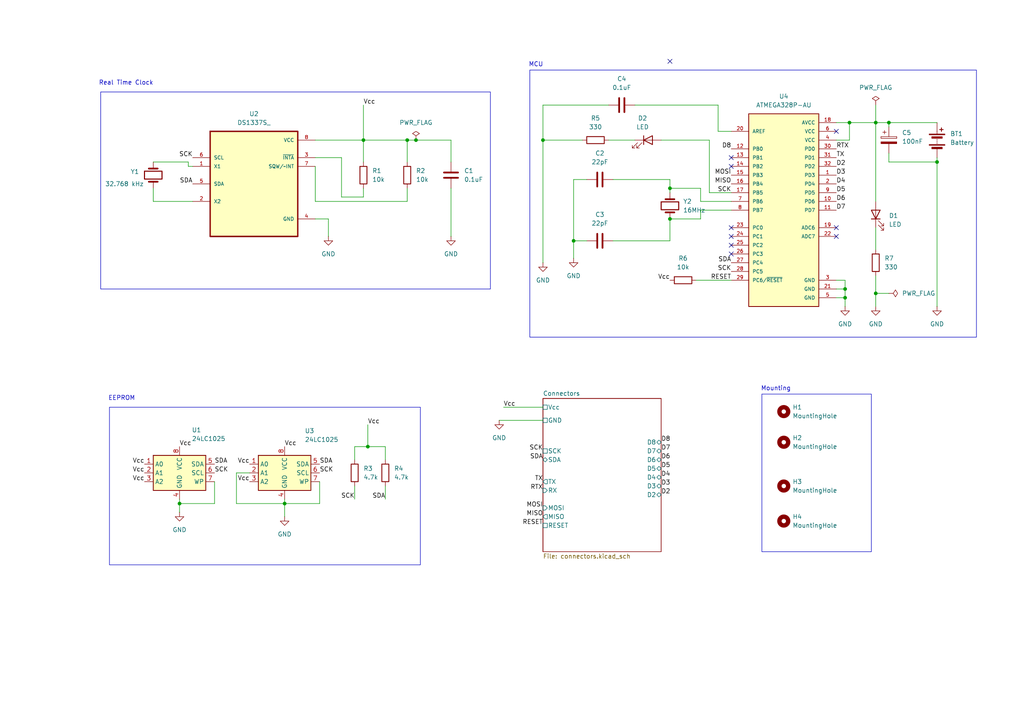
<source format=kicad_sch>
(kicad_sch (version 20250114) (generator "eeschema") (generator_version "9.0")
  (paper "A4")
  (title_block (title "${project_name}") (date "2025-09-03") (rev "1"))
  (lib_symbols
    (symbol "ATMEGA328P-AU:ATMEGA328P-AU" (pin_names (offset 1.016))
      (property "Reference" "U4" (at 0 33.02 0))
      (property "Value" "ATMEGA328P-AU" (at 0 30.48 0))
      (symbol "ATMEGA328P-AU_0_0"
        (rectangle (start -10.16 27.94) (end 10.16 -27.94) (stroke (width 0.254)) (fill (type background)))
        (pin input line (at -15.24 22.86 0) (length 5.08) (name "AREF") (number "20"))
        (pin bidirectional line (at -15.24 17.78 0) (length 5.08) (name "PB0") (number "12"))
        (pin bidirectional line (at -15.24 15.24 0) (length 5.08) (name "PB1") (number "13"))
        (pin bidirectional line (at -15.24 12.7 0) (length 5.08) (name "PB2") (number "14"))
        (pin bidirectional line (at -15.24 10.16 0) (length 5.08) (name "PB3") (number "15"))
        (pin bidirectional line (at -15.24 7.62 0) (length 5.08) (name "PB4") (number "16"))
        (pin bidirectional line (at -15.24 5.08 0) (length 5.08) (name "PB5") (number "17"))
        (pin bidirectional line (at -15.24 2.54 0) (length 5.08) (name "PB6") (number "7"))
        (pin bidirectional line (at -15.24 0 0) (length 5.08) (name "PB7") (number "8"))
        (pin bidirectional line (at -15.24 -5.08 0) (length 5.08) (name "PC0") (number "23"))
        (pin bidirectional line (at -15.24 -7.62 0) (length 5.08) (name "PC1") (number "24"))
        (pin bidirectional line (at -15.24 -10.16 0) (length 5.08) (name "PC2") (number "25"))
        (pin bidirectional line (at -15.24 -12.7 0) (length 5.08) (name "PC3") (number "26"))
        (pin bidirectional line (at -15.24 -15.24 0) (length 5.08) (name "PC4") (number "27"))
        (pin bidirectional line (at -15.24 -17.78 0) (length 5.08) (name "PC5") (number "28"))
        (pin bidirectional line (at -15.24 -20.32 0) (length 5.08) (name "PC6/~{RESET}") (number "29"))
        (pin power_in line (at 15.24 25.4 180) (length 5.08) (name "AVCC") (number "18"))
        (pin power_in line (at 15.24 22.86 180) (length 5.08) (name "VCC") (number "6"))
        (pin power_in line (at 15.24 20.32 180) (length 5.08) (name "VCC") (number "4"))
        (pin bidirectional line (at 15.24 17.78 180) (length 5.08) (name "PD0") (number "30"))
        (pin bidirectional line (at 15.24 15.24 180) (length 5.08) (name "PD1") (number "31"))
        (pin bidirectional line (at 15.24 12.7 180) (length 5.08) (name "PD2") (number "32"))
        (pin bidirectional line (at 15.24 10.16 180) (length 5.08) (name "PD3") (number "1"))
        (pin bidirectional line (at 15.24 7.62 180) (length 5.08) (name "PD4") (number "2"))
        (pin bidirectional line (at 15.24 5.08 180) (length 5.08) (name "PD5") (number "9"))
        (pin bidirectional line (at 15.24 2.54 180) (length 5.08) (name "PD6") (number "10"))
        (pin bidirectional line (at 15.24 0 180) (length 5.08) (name "PD7") (number "11"))
        (pin bidirectional line (at 15.24 -5.08 180) (length 5.08) (name "ADC6") (number "19"))
        (pin bidirectional line (at 15.24 -7.62 180) (length 5.08) (name "ADC7") (number "22"))
        (pin power_in line (at 15.24 -20.32 180) (length 5.08) (name "GND") (number "3"))
        (pin power_in line (at 15.24 -22.86 180) (length 5.08) (name "GND") (number "21"))
        (pin power_in line (at 15.24 -25.4 180) (length 5.08) (name "GND") (number "5"))
      )
    )
    (symbol "DS1337S_:DS1337S_" (pin_names (offset 1.016))
      (property "Reference" "U" (at -12.7 16.24 0))
      (property "Value" "DS1337S_" (at -12.7 -19.24 0))
      (symbol "DS1337S__0_0"
        (rectangle (start -12.7 -15.24) (end 12.7 15.24) (stroke (width 0.41)) (fill (type background)))
        (pin input line (at -17.78 7.62 0) (length 5.08) (name "SCL") (number "6"))
        (pin input line (at -17.78 5.08 0) (length 5.08) (name "X1") (number "1"))
        (pin bidirectional line (at -17.78 0 0) (length 5.08) (name "SDA") (number "5"))
        (pin bidirectional line (at -17.78 -5.08 0) (length 5.08) (name "X2") (number "2"))
        (pin power_in line (at 17.78 12.7 180) (length 5.08) (name "VCC") (number "8"))
        (pin output line (at 17.78 7.62 180) (length 5.08) (name "~{INTA}") (number "3"))
        (pin output line (at 17.78 5.08 180) (length 5.08) (name "SQW/~INT") (number "7"))
        (pin power_in line (at 17.78 -10.16 180) (length 5.08) (name "GND") (number "4"))
      )
    )
    (symbol "Device:Battery" (pin_numbers (hide yes)) (pin_names (offset 0) (hide yes))
      (property "Reference" "BT" (at 2.54 2.54 0))
      (property "Value" "Battery" (at 2.54 0 0))
      (symbol "Battery_0_1"
        (rectangle (start -2.286 1.778) (end 2.286 1.524) (fill (type outline)))
        (rectangle (start -2.286 -1.27) (end 2.286 -1.524) (fill (type outline)))
        (rectangle (start -1.524 1.016) (end 1.524 0.508) (fill (type outline)))
        (rectangle (start -1.524 -2.032) (end 1.524 -2.54) (fill (type outline)))
        (polyline (pts (xy 0 1.778) (xy 0 2.54)))
        (polyline (pts (xy 0 0) (xy 0 0.254)))
        (polyline (pts (xy 0 -0.508) (xy 0 -0.254)))
        (polyline (pts (xy 0 -1.016) (xy 0 -0.762)))
        (polyline (pts (xy 0.762 3.048) (xy 1.778 3.048)) (stroke (width 0.254)))
        (polyline (pts (xy 1.27 3.556) (xy 1.27 2.54)) (stroke (width 0.254)))
      )
      (symbol "Battery_1_1"
        (pin passive line (at 0 5.08 270) (length 2.54) (name "+") (number "1"))
        (pin passive line (at 0 -5.08 90) (length 2.54) (name "-") (number "2"))
      )
    )
    (symbol "Device:C" (pin_numbers (hide yes)) (pin_names (offset 0.254))
      (property "Reference" "C" (at 0.635 2.54 0))
      (property "Value" "C" (at 0.635 -2.54 0))
      (symbol "C_0_1"
        (polyline (pts (xy -2.032 0.762) (xy 2.032 0.762)) (stroke (width 0.508)))
        (polyline (pts (xy -2.032 -0.762) (xy 2.032 -0.762)) (stroke (width 0.508)))
      )
      (symbol "C_1_1"
        (pin passive line (at 0 3.81 270) (length 2.794) (name "~") (number "1"))
        (pin passive line (at 0 -3.81 90) (length 2.794) (name "~") (number "2"))
      )
    )
    (symbol "Device:C_Polarized" (pin_numbers (hide yes)) (pin_names (offset 0.254))
      (property "Reference" "C" (at 0.635 2.54 0))
      (property "Value" "C_Polarized" (at 0.635 -2.54 0))
      (symbol "C_Polarized_0_1"
        (rectangle (start -2.286 0.508) (end 2.286 1.016))
        (polyline (pts (xy -1.778 2.286) (xy -0.762 2.286)))
        (polyline (pts (xy -1.27 2.794) (xy -1.27 1.778)))
        (rectangle (start 2.286 -0.508) (end -2.286 -1.016) (fill (type outline)))
      )
      (symbol "C_Polarized_1_1"
        (pin passive line (at 0 3.81 270) (length 2.794) (name "~") (number "1"))
        (pin passive line (at 0 -3.81 90) (length 2.794) (name "~") (number "2"))
      )
    )
    (symbol "Device:Crystal" (pin_numbers (hide yes)) (pin_names (offset 1.016) (hide yes))
      (property "Reference" "Y" (at 0 3.81 0))
      (property "Value" "Crystal" (at 0 -3.81 0))
      (symbol "Crystal_0_1"
        (polyline (pts (xy -2.54 0) (xy -1.905 0)))
        (polyline (pts (xy -1.905 -1.27) (xy -1.905 1.27)) (stroke (width 0.508)))
        (rectangle (start -1.143 2.54) (end 1.143 -2.54) (stroke (width 0.3048)))
        (polyline (pts (xy 1.905 -1.27) (xy 1.905 1.27)) (stroke (width 0.508)))
        (polyline (pts (xy 2.54 0) (xy 1.905 0)))
      )
      (symbol "Crystal_1_1"
        (pin passive line (at -3.81 0 0) (length 1.27) (name "1") (number "1"))
        (pin passive line (at 3.81 0 180) (length 1.27) (name "2") (number "2"))
      )
    )
    (symbol "Device:LED" (pin_numbers (hide yes)) (pin_names (offset 1.016) (hide yes))
      (property "Reference" "D" (at 0 2.54 0))
      (property "Value" "LED" (at 0 -2.54 0))
      (symbol "LED_0_1"
        (polyline (pts (xy -3.048 -0.762) (xy -4.572 -2.286) (xy -3.81 -2.286) (xy -4.572 -2.286) (xy -4.572 -1.524)))
        (polyline (pts (xy -1.778 -0.762) (xy -3.302 -2.286) (xy -2.54 -2.286) (xy -3.302 -2.286) (xy -3.302 -1.524)))
        (polyline (pts (xy -1.27 0) (xy 1.27 0)))
        (polyline (pts (xy -1.27 -1.27) (xy -1.27 1.27)) (stroke (width 0.254)))
        (polyline (pts (xy 1.27 -1.27) (xy 1.27 1.27) (xy -1.27 0) (xy 1.27 -1.27)) (stroke (width 0.254)))
      )
      (symbol "LED_1_1"
        (pin passive line (at -3.81 0 0) (length 2.54) (name "K") (number "1"))
        (pin passive line (at 3.81 0 180) (length 2.54) (name "A") (number "2"))
      )
    )
    (symbol "Device:R" (pin_numbers (hide yes)) (pin_names (offset 0))
      (property "Reference" "R" (at 2.032 0 90))
      (property "Value" "R" (at 0 0 90))
      (symbol "R_0_1"
        (rectangle (start -1.016 -2.54) (end 1.016 2.54) (stroke (width 0.254)))
      )
      (symbol "R_1_1"
        (pin passive line (at 0 3.81 270) (length 1.27) (name "~") (number "1"))
        (pin passive line (at 0 -3.81 90) (length 1.27) (name "~") (number "2"))
      )
    )
    (symbol "Mechanical:MountingHole" (pin_names (offset 1.016)) (in_bom no)
      (property "Reference" "H" (at 0 5.08 0))
      (property "Value" "MountingHole" (at 0 3.175 0))
      (symbol "MountingHole_0_1"
        (circle (center 0 0) (radius 1.27) (stroke (width 1.27)))
      )
    )
    (symbol "Memory_EEPROM:24LC1025"
      (property "Reference" "U" (at -6.35 6.35 0))
      (property "Value" "24LC1025" (at 1.27 6.35 0))
      (symbol "24LC1025_1_1"
        (rectangle (start -7.62 5.08) (end 7.62 -5.08) (stroke (width 0.254)) (fill (type background)))
        (pin input line (at -10.16 2.54 0) (length 2.54) (name "A0") (number "1"))
        (pin input line (at -10.16 0 0) (length 2.54) (name "A1") (number "2"))
        (pin input line (at -10.16 -2.54 0) (length 2.54) (name "A2") (number "3"))
        (pin power_in line (at 0 7.62 270) (length 2.54) (name "VCC") (number "8"))
        (pin power_in line (at 0 -7.62 90) (length 2.54) (name "GND") (number "4"))
        (pin bidirectional line (at 10.16 2.54 180) (length 2.54) (name "SDA") (number "5"))
        (pin input line (at 10.16 0 180) (length 2.54) (name "SCL") (number "6"))
        (pin input line (at 10.16 -2.54 180) (length 2.54) (name "WP") (number "7"))
      )
    )
    (symbol "power:GND" (power) (pin_numbers (hide yes)) (pin_names (offset 0) (hide yes))
      (property "Value" "GND" (at 0 -3.81 0))
      (symbol "GND_0_1"
        (polyline (pts (xy 0 0) (xy 0 -1.27) (xy 1.27 -1.27) (xy 0 -2.54) (xy -1.27 -1.27) (xy 0 -1.27)))
      )
      (symbol "GND_1_1"
        (pin power_in line (at 0 0 270) (length 0) (name "~") (number "1"))
      )
    )
    (symbol "power:PWR_FLAG" (power) (pin_numbers (hide yes)) (pin_names (offset 0) (hide yes))
      (property "Value" "PWR_FLAG" (at 0 3.81 0))
      (symbol "PWR_FLAG_0_0"
        (pin power_out line (at 0 0 90) (length 0) (name "~") (number "1"))
      )
      (symbol "PWR_FLAG_0_1"
        (polyline (pts (xy 0 0) (xy 0 1.27) (xy -1.016 1.905) (xy 0 2.54) (xy 1.016 1.905) (xy 0 1.27)))
      )
    )
  )
  (rectangle (start 153.67 20.32) (end 283.21 97.79))
  (rectangle (start 29.21 26.67) (end 142.24 83.82))
  (rectangle (start 220.98 114.3) (end 252.73 160.02))
  (rectangle (start 31.75 118.11) (end 121.92 163.83))
  (text "EEPROM\n" (at 35.306 115.57 0) (effects (font (size 1.27 1.27))))
  (text "Mounting" (at 225.044 112.776 0) (effects (font (size 1.27 1.27))))
  (text "MCU\n" (at 155.448 18.796 0) (effects (font (size 1.27 1.27))))
  (text "Real Time Clock\n" (at 36.576 24.13 0) (effects (font (size 1.27 1.27))))
  (junction (at 254 85.09))
  (junction (at 246.38 35.56))
  (junction (at 82.55 146.05))
  (junction (at 120.65 40.64))
  (junction (at 105.41 40.64))
  (junction (at 166.37 69.85))
  (junction (at 245.11 86.36))
  (junction (at 52.07 146.05))
  (junction (at 194.31 63.5))
  (junction (at 106.68 129.54))
  (junction (at 271.78 46.99))
  (junction (at 245.11 83.82))
  (junction (at 157.48 40.64))
  (junction (at 194.31 54.61))
  (junction (at 118.11 40.64))
  (junction (at 254 35.56))
  (junction (at 257.81 35.56))
  (no_connect (at 194.31 17.78))
  (no_connect (at 242.57 38.1))
  (no_connect (at 212.09 73.66))
  (no_connect (at 212.09 71.12))
  (no_connect (at 212.09 68.58))
  (no_connect (at 212.09 48.26))
  (no_connect (at 242.57 68.58))
  (no_connect (at 212.09 45.72))
  (no_connect (at 242.57 66.04))
  (no_connect (at 212.09 66.04))
  (wire (pts (xy 257.81 44.45) (xy 257.81 46.99)))
  (wire (pts (xy 166.37 74.93) (xy 166.37 69.85)))
  (wire (pts (xy 146.05 118.11) (xy 157.48 118.11)))
  (wire (pts (xy 212.09 58.42) (xy 203.2 58.42)))
  (wire (pts (xy 184.15 30.48) (xy 208.28 30.48)))
  (wire (pts (xy 166.37 69.85) (xy 170.18 69.85)))
  (wire (pts (xy 105.41 57.15) (xy 105.41 54.61)))
  (wire (pts (xy 191.77 40.64) (xy 205.74 40.64)))
  (wire (pts (xy 254 35.56) (xy 254 58.42)))
  (wire (pts (xy 111.76 129.54) (xy 106.68 129.54)))
  (wire (pts (xy 170.18 52.07) (xy 166.37 52.07)))
  (wire (pts (xy 111.76 140.97) (xy 111.76 144.78)))
  (wire (pts (xy 62.23 146.05) (xy 52.07 146.05)))
  (wire (pts (xy 254 35.56) (xy 257.81 35.56)))
  (wire (pts (xy 44.45 46.99) (xy 54.61 46.99)))
  (wire (pts (xy 106.68 129.54) (xy 102.87 129.54)))
  (wire (pts (xy 44.45 54.61) (xy 44.45 58.42)))
  (wire (pts (xy 99.06 57.15) (xy 105.41 57.15)))
  (wire (pts (xy 194.31 69.85) (xy 194.31 63.5)))
  (wire (pts (xy 92.71 146.05) (xy 82.55 146.05)))
  (wire (pts (xy 203.2 54.61) (xy 194.31 54.61)))
  (wire (pts (xy 176.53 30.48) (xy 157.48 30.48)))
  (wire (pts (xy 203.2 63.5) (xy 194.31 63.5)))
  (wire (pts (xy 130.81 54.61) (xy 130.81 68.58)))
  (wire (pts (xy 111.76 133.35) (xy 111.76 129.54)))
  (wire (pts (xy 254 85.09) (xy 254 88.9)))
  (wire (pts (xy 166.37 52.07) (xy 166.37 69.85)))
  (wire (pts (xy 157.48 76.2) (xy 157.48 40.64)))
  (wire (pts (xy 177.8 69.85) (xy 194.31 69.85)))
  (wire (pts (xy 68.58 137.16) (xy 68.58 146.05)))
  (wire (pts (xy 95.25 63.5) (xy 95.25 68.58)))
  (wire (pts (xy 254 80.01) (xy 254 85.09)))
  (wire (pts (xy 52.07 144.78) (xy 52.07 146.05)))
  (wire (pts (xy 257.81 35.56) (xy 257.81 36.83)))
  (wire (pts (xy 245.11 83.82) (xy 245.11 86.36)))
  (wire (pts (xy 91.44 48.26) (xy 91.44 58.42)))
  (wire (pts (xy 120.65 40.64) (xy 118.11 40.64)))
  (wire (pts (xy 91.44 45.72) (xy 99.06 45.72)))
  (wire (pts (xy 254 30.48) (xy 254 35.56)))
  (wire (pts (xy 212.09 60.96) (xy 203.2 60.96)))
  (wire (pts (xy 68.58 146.05) (xy 82.55 146.05)))
  (wire (pts (xy 130.81 46.99) (xy 130.81 40.64)))
  (wire (pts (xy 242.57 40.64) (xy 246.38 40.64)))
  (wire (pts (xy 271.78 88.9) (xy 271.78 46.99)))
  (wire (pts (xy 82.55 144.78) (xy 82.55 146.05)))
  (wire (pts (xy 201.93 81.28) (xy 212.09 81.28)))
  (wire (pts (xy 194.31 54.61) (xy 194.31 55.88)))
  (wire (pts (xy 254 66.04) (xy 254 72.39)))
  (wire (pts (xy 91.44 58.42) (xy 118.11 58.42)))
  (wire (pts (xy 177.8 52.07) (xy 194.31 52.07)))
  (wire (pts (xy 106.68 123.19) (xy 106.68 129.54)))
  (wire (pts (xy 118.11 46.99) (xy 118.11 40.64)))
  (wire (pts (xy 99.06 45.72) (xy 99.06 57.15)))
  (wire (pts (xy 91.44 40.64) (xy 105.41 40.64)))
  (wire (pts (xy 246.38 40.64) (xy 246.38 35.56)))
  (wire (pts (xy 105.41 40.64) (xy 105.41 46.99)))
  (wire (pts (xy 203.2 58.42) (xy 203.2 54.61)))
  (wire (pts (xy 52.07 146.05) (xy 52.07 148.59)))
  (wire (pts (xy 102.87 129.54) (xy 102.87 133.35)))
  (wire (pts (xy 176.53 40.64) (xy 184.15 40.64)))
  (wire (pts (xy 157.48 40.64) (xy 168.91 40.64)))
  (wire (pts (xy 246.38 35.56) (xy 254 35.56)))
  (wire (pts (xy 91.44 63.5) (xy 95.25 63.5)))
  (wire (pts (xy 62.23 139.7) (xy 62.23 146.05)))
  (wire (pts (xy 157.48 30.48) (xy 157.48 40.64)))
  (wire (pts (xy 254 85.09) (xy 257.81 85.09)))
  (wire (pts (xy 144.78 121.92) (xy 157.48 121.92)))
  (wire (pts (xy 242.57 35.56) (xy 246.38 35.56)))
  (wire (pts (xy 118.11 40.64) (xy 105.41 40.64)))
  (wire (pts (xy 82.55 146.05) (xy 82.55 149.86)))
  (wire (pts (xy 54.61 48.26) (xy 55.88 48.26)))
  (wire (pts (xy 72.39 137.16) (xy 68.58 137.16)))
  (wire (pts (xy 194.31 52.07) (xy 194.31 54.61)))
  (wire (pts (xy 245.11 81.28) (xy 245.11 83.82)))
  (wire (pts (xy 242.57 81.28) (xy 245.11 81.28)))
  (wire (pts (xy 271.78 46.99) (xy 271.78 45.72)))
  (wire (pts (xy 205.74 55.88) (xy 212.09 55.88)))
  (wire (pts (xy 242.57 83.82) (xy 245.11 83.82)))
  (wire (pts (xy 118.11 58.42) (xy 118.11 54.61)))
  (wire (pts (xy 92.71 139.7) (xy 92.71 146.05)))
  (wire (pts (xy 208.28 30.48) (xy 208.28 38.1)))
  (wire (pts (xy 257.81 35.56) (xy 271.78 35.56)))
  (wire (pts (xy 245.11 86.36) (xy 245.11 88.9)))
  (wire (pts (xy 245.11 86.36) (xy 242.57 86.36)))
  (wire (pts (xy 205.74 40.64) (xy 205.74 55.88)))
  (wire (pts (xy 105.41 40.64) (xy 105.41 30.48)))
  (wire (pts (xy 44.45 58.42) (xy 55.88 58.42)))
  (wire (pts (xy 208.28 38.1) (xy 212.09 38.1)))
  (wire (pts (xy 54.61 46.99) (xy 54.61 48.26)))
  (wire (pts (xy 102.87 140.97) (xy 102.87 144.78)))
  (wire (pts (xy 257.81 46.99) (xy 271.78 46.99)))
  (wire (pts (xy 203.2 60.96) (xy 203.2 63.5)))
  (wire (pts (xy 130.81 40.64) (xy 120.65 40.64)))
  (label "Vcc" (at 105.41 30.48 0))
  (label "MOSI" (at 212.09 50.8 180))
  (label "D2" (at 242.57 48.26 0))
  (label "SCK" (at 212.09 78.74 180))
  (label "SCK" (at 212.09 55.88 180))
  (label "RTX" (at 157.48 142.24 180))
  (label "D3" (at 242.57 50.8 0))
  (label "SCK" (at 102.87 144.78 180))
  (label "SDA" (at 62.23 134.62 0))
  (label "D5" (at 191.77 135.89 0))
  (label "Vcc" (at 72.39 139.7 180))
  (label "Vcc" (at 106.68 123.19 0))
  (label "D4" (at 191.77 138.43 0))
  (label "SCK" (at 92.71 137.16 0))
  (label "TX" (at 157.48 139.7 180))
  (label "MISO" (at 157.48 149.86 180))
  (label "Vcc" (at 146.05 118.11 0))
  (label "SDA" (at 111.76 144.78 180))
  (label "D4" (at 242.57 53.34 0))
  (label "SCK" (at 62.23 137.16 0))
  (label "RESET" (at 212.09 81.28 180))
  (label "D6" (at 242.57 58.42 0))
  (label "Vcc" (at 52.07 129.54 0))
  (label "Vcc" (at 41.91 134.62 180))
  (label "SDA" (at 212.09 76.2 180))
  (label "RESET" (at 157.48 152.4 180))
  (label "MISO" (at 212.09 53.34 180))
  (label "Vcc" (at 82.55 129.54 0))
  (label "D7" (at 191.77 130.81 0))
  (label "D3" (at 191.77 140.97 0))
  (label "D5" (at 242.57 55.88 0))
  (label "SDA" (at 92.71 134.62 0))
  (label "TX" (at 242.57 45.72 0))
  (label "D6" (at 191.77 133.35 0))
  (label "SDA" (at 55.88 53.34 180))
  (label "D8" (at 212.09 43.18 180))
  (label "SCK" (at 157.48 130.81 180))
  (label "SDA" (at 157.48 133.35 180))
  (label "Vcc" (at 72.39 134.62 180))
  (label "Vcc" (at 41.91 137.16 180))
  (label "SCK" (at 55.88 45.72 180))
  (label "RTX" (at 242.57 43.18 0))
  (label "MOSI" (at 157.48 147.32 180))
  (label "D8" (at 191.77 128.27 0))
  (label "Vcc" (at 194.31 81.28 180))
  (label "D2" (at 191.77 143.51 0))
  (label "Vcc" (at 41.91 139.7 180))
  (label "D7" (at 242.57 60.96 0))
  (symbol (lib_id "Device:C") (at 180.34 30.48 90) (unit 1)
    (property "Reference" "C4" (at 180.34 22.86 90))
    (property "Value" "0.1uF" (at 180.34 25.4 90))
    (property "Footprint" "Capacitor_SMD:C_0805_2012Metric" (effects (hide yes)))
    (property "Description" "Unpolarized capacitor" (effects (hide yes)))
  )
  (symbol (lib_id "Device:C") (at 130.81 50.8 0) (unit 1)
    (property "Reference" "C1" (at 134.62 49.5299 0) (effects (justify left)))
    (property "Value" "0.1uF" (at 134.62 52.0699 0) (effects (justify left)))
    (property "Footprint" "Capacitor_SMD:C_0805_2012Metric" (effects (hide yes)))
    (property "Description" "Unpolarized capacitor" (effects (hide yes)))
  )
  (symbol (lib_id "Device:C") (at 173.99 69.85 90) (unit 1)
    (property "Reference" "C3" (at 173.99 62.23 90))
    (property "Value" "22pF" (at 173.99 64.77 90))
    (property "Footprint" "Capacitor_SMD:C_0805_2012Metric" (effects (hide yes)))
    (property "Description" "Unpolarized capacitor" (effects (hide yes)))
  )
  (symbol (lib_id "Device:C_Polarized") (at 257.81 40.64 0) (unit 1)
    (property "Reference" "C5" (at 261.62 38.4809 0) (effects (justify left)))
    (property "Value" "100nF" (at 261.62 41.0209 0) (effects (justify left)))
    (property "Footprint" "Capacitor_SMD:C_0805_2012Metric" (effects (hide yes)))
    (property "Description" "Polarized capacitor" (effects (hide yes)))
  )
  (symbol (lib_id "Device:Battery") (at 271.78 40.64 0) (unit 1)
    (property "Reference" "BT1" (at 275.59 38.7984 0) (effects (justify left)))
    (property "Value" "Battery" (at 275.59 41.3384 0) (effects (justify left)))
    (property "Footprint" "Connector_PinHeader_2.54mm:PinHeader_1x02_P2.54mm_Horizontal" (effects (hide yes)))
    (property "Description" "Multiple-cell battery" (effects (hide yes)))
  )
  (symbol (lib_id "Mechanical:MountingHole") (at 227.33 151.13 0) (unit 1) (in_bom no)
    (property "Reference" "H4" (at 229.87 149.8599 0) (effects (justify left)))
    (property "Value" "MountingHole" (at 229.87 152.3999 0) (effects (justify left)))
    (property "Footprint" "MountingHole:MountingHole_2.1mm" (effects (hide yes)))
    (property "Description" "Mounting Hole without connection" (effects (hide yes)))
  )
  (symbol (lib_id "Memory_EEPROM:24LC1025") (at 82.55 137.16 0) (unit 1)
    (property "Reference" "U3" (at 88.392 124.968 0) (effects (justify left)))
    (property "Value" "24LC1025" (at 88.392 127.508 0) (effects (justify left)))
    (property "Footprint" "Package_SO:SOIC-8_5.3x5.3mm_P1.27mm" (effects (hide yes)))
    (property "Datasheet" "http://ww1.microchip.com/downloads/en/DeviceDoc/21941B.pdf" (effects (hide yes)))
    (property "Description" "I2C Serial EEPROM, 1024Kb, DIP-8/SOIC-8/TSSOP-8/DFN-8" (effects (hide yes)))
  )
  (symbol (lib_id "power:GND") (at 245.11 88.9 0) (unit 1)
    (property "Reference" "#PWR05" (effects (hide yes)))
    (property "Value" "GND" (at 245.11 93.98 0))
    (property "Description" "Power symbol creates a global label with name \"GND\" , ground" (effects (hide yes)))
  )
  (symbol (lib_id "Memory_EEPROM:24LC1025") (at 52.07 137.16 0) (unit 1)
    (property "Reference" "U1" (at 55.626 124.714 0) (effects (justify left)))
    (property "Value" "24LC1025" (at 55.626 127.254 0) (effects (justify left)))
    (property "Footprint" "Package_SO:SOIC-8_5.3x5.3mm_P1.27mm" (effects (hide yes)))
    (property "Datasheet" "http://ww1.microchip.com/downloads/en/DeviceDoc/21941B.pdf" (effects (hide yes)))
    (property "Description" "I2C Serial EEPROM, 1024Kb, DIP-8/SOIC-8/TSSOP-8/DFN-8" (effects (hide yes)))
  )
  (symbol (lib_id "Device:R") (at 254 76.2 0) (unit 1)
    (property "Reference" "R7" (at 256.54 74.9299 0) (effects (justify left)))
    (property "Value" "330" (at 256.54 77.4699 0) (effects (justify left)))
    (property "Footprint" "Resistor_SMD:R_0805_2012Metric" (effects (hide yes)))
    (property "Description" "Resistor" (effects (hide yes)))
  )
  (symbol (lib_id "power:PWR_FLAG") (at 120.65 40.64 0) (unit 1)
    (property "Reference" "#FLG03" (effects (hide yes)))
    (property "Value" "PWR_FLAG" (at 120.65 35.56 0))
    (property "Description" "Special symbol for telling ERC where power comes from" (effects (hide yes)))
  )
  (symbol (lib_id "Device:R") (at 102.87 137.16 0) (unit 1)
    (property "Reference" "R3" (at 105.41 135.8899 0) (effects (justify left)))
    (property "Value" "4.7k" (at 105.41 138.4299 0) (effects (justify left)))
    (property "Footprint" "Resistor_SMD:R_0805_2012Metric" (effects (hide yes)))
    (property "Description" "Resistor" (effects (hide yes)))
  )
  (symbol (lib_id "power:GND") (at 157.48 76.2 0) (unit 1)
    (property "Reference" "#PWR09" (effects (hide yes)))
    (property "Value" "GND" (at 157.48 81.28 0))
    (property "Description" "Power symbol creates a global label with name \"GND\" , ground" (effects (hide yes)))
  )
  (symbol (lib_id "power:GND") (at 130.81 68.58 0) (unit 1)
    (property "Reference" "#PWR02" (effects (hide yes)))
    (property "Value" "GND" (at 130.81 73.66 0))
    (property "Description" "Power symbol creates a global label with name \"GND\" , ground" (effects (hide yes)))
  )
  (symbol (lib_id "Device:LED") (at 187.96 40.64 0) (unit 1)
    (property "Reference" "D2" (at 186.3725 34.29 0))
    (property "Value" "LED" (at 186.3725 36.83 0))
    (property "Footprint" "LED_SMD:LED_0805_2012Metric" (effects (hide yes)))
    (property "Description" "Light emitting diode" (effects (hide yes)))
    (property "Sim.Pins" "1=K 2=A" (effects (hide yes)))
  )
  (symbol (lib_id "Device:R") (at 105.41 50.8 0) (unit 1)
    (property "Reference" "R1" (at 107.95 49.5299 0) (effects (justify left)))
    (property "Value" "10k" (at 107.95 52.0699 0) (effects (justify left)))
    (property "Footprint" "Resistor_SMD:R_0805_2012Metric" (effects (hide yes)))
    (property "Description" "Resistor" (effects (hide yes)))
  )
  (symbol (lib_id "power:GND") (at 82.55 149.86 0) (unit 1)
    (property "Reference" "#PWR04" (effects (hide yes)))
    (property "Value" "GND" (at 82.55 154.94 0))
    (property "Description" "Power symbol creates a global label with name \"GND\" , ground" (effects (hide yes)))
  )
  (symbol (lib_id "power:GND") (at 271.78 88.9 0) (unit 1)
    (property "Reference" "#PWR07" (effects (hide yes)))
    (property "Value" "GND" (at 271.78 93.98 0))
    (property "Description" "Power symbol creates a global label with name \"GND\" , ground" (effects (hide yes)))
  )
  (symbol (lib_id "Mechanical:MountingHole") (at 227.33 140.97 0) (unit 1) (in_bom no)
    (property "Reference" "H3" (at 229.87 139.6999 0) (effects (justify left)))
    (property "Value" "MountingHole" (at 229.87 142.2399 0) (effects (justify left)))
    (property "Footprint" "MountingHole:MountingHole_2.1mm" (effects (hide yes)))
    (property "Description" "Mounting Hole without connection" (effects (hide yes)))
  )
  (symbol (lib_id "Device:R") (at 172.72 40.64 90) (unit 1)
    (property "Reference" "R5" (at 172.72 34.29 90))
    (property "Value" "330" (at 172.72 36.83 90))
    (property "Footprint" "Resistor_SMD:R_0805_2012Metric" (effects (hide yes)))
    (property "Description" "Resistor" (effects (hide yes)))
  )
  (symbol (lib_id "Device:R") (at 118.11 50.8 0) (unit 1)
    (property "Reference" "R2" (at 120.65 49.5299 0) (effects (justify left)))
    (property "Value" "10k" (at 120.65 52.0699 0) (effects (justify left)))
    (property "Footprint" "Resistor_SMD:R_0805_2012Metric" (effects (hide yes)))
    (property "Description" "Resistor" (effects (hide yes)))
  )
  (symbol (lib_id "power:GND") (at 166.37 74.93 0) (unit 1)
    (property "Reference" "#PWR08" (effects (hide yes)))
    (property "Value" "GND" (at 166.37 80.01 0))
    (property "Description" "Power symbol creates a global label with name \"GND\" , ground" (effects (hide yes)))
  )
  (symbol (lib_id "DS1337S_:DS1337S_") (at 73.66 53.34 0) (unit 1)
    (property "Reference" "U2" (at 73.66 33.02 0))
    (property "Value" "DS1337S_" (at 73.66 35.56 0))
    (property "Footprint" "footprints:SOIC127P600X175-8N" (effects (hide yes)))
    (property "MF" "Maxim Integrated Products" (effects (hide yes)))
    (property "Description_1" "Real Time Clock (RTC) IC Clock/Calendar I2C, 2-Wire Serial 8-SOIC (0.154, 3.90mm Width)" (effects (hide yes)))
    (property "Package" "SOIC-8 Maxim" (effects (hide yes)))
    (property "Price" "None" (effects (hide yes)))
    (property "SnapEDA_Link" "https://www.snapeda.com/parts/DS1337S+/Maxim+Integrated/view-part/?ref=snap" (effects (hide yes)))
    (property "MP" "DS1337S+" (effects (hide yes)))
    (property "Availability" "In Stock" (effects (hide yes)))
    (property "Check_prices" "https://www.snapeda.com/parts/DS1337S+/Maxim+Integrated/view-part/?ref=eda" (effects (hide yes)))
  )
  (symbol (lib_id "Device:Crystal") (at 44.45 50.8 90) (unit 1)
    (property "Reference" "Y1" (at 37.846 49.784 90) (effects (justify right)))
    (property "Value" "32.768 kHz" (at 30.48 53.34 90) (effects (justify right)))
    (property "Footprint" "Crystal:Crystal_SMD_5032-2Pin_5.0x3.2mm_HandSoldering" (effects (hide yes)))
    (property "Description" "Two pin crystal" (effects (hide yes)))
  )
  (symbol (lib_id "Device:LED") (at 254 62.23 90) (unit 1)
    (property "Reference" "D1" (at 257.81 62.5474 90) (effects (justify right)))
    (property "Value" "LED" (at 257.81 65.0874 90) (effects (justify right)))
    (property "Footprint" "LED_SMD:LED_0805_2012Metric" (effects (hide yes)))
    (property "Description" "Light emitting diode" (effects (hide yes)))
    (property "Sim.Pins" "1=K 2=A" (effects (hide yes)))
  )
  (symbol (lib_id "Device:C") (at 173.99 52.07 90) (unit 1)
    (property "Reference" "C2" (at 173.99 44.45 90))
    (property "Value" "22pF" (at 173.99 46.99 90))
    (property "Footprint" "Capacitor_SMD:C_0805_2012Metric" (effects (hide yes)))
    (property "Description" "Unpolarized capacitor" (effects (hide yes)))
  )
  (symbol (lib_id "power:GND") (at 254 88.9 0) (unit 1)
    (property "Reference" "#PWR06" (effects (hide yes)))
    (property "Value" "GND" (at 254 93.98 0))
    (property "Description" "Power symbol creates a global label with name \"GND\" , ground" (effects (hide yes)))
  )
  (symbol (lib_id "power:PWR_FLAG") (at 257.81 85.09 270) (unit 1)
    (property "Reference" "#FLG02" (effects (hide yes)))
    (property "Value" "PWR_FLAG" (at 261.62 85.0899 90) (effects (justify left)))
    (property "Description" "Special symbol for telling ERC where power comes from" (effects (hide yes)))
  )
  (symbol (lib_id "Device:R") (at 198.12 81.28 90) (unit 1)
    (property "Reference" "R6" (at 198.12 74.93 90))
    (property "Value" "10k" (at 198.12 77.47 90))
    (property "Footprint" "Resistor_SMD:R_0805_2012Metric" (effects (hide yes)))
    (property "Description" "Resistor" (effects (hide yes)))
  )
  (symbol (lib_id "power:GND") (at 95.25 68.58 0) (unit 1)
    (property "Reference" "#PWR01" (effects (hide yes)))
    (property "Value" "GND" (at 95.25 73.66 0))
    (property "Description" "Power symbol creates a global label with name \"GND\" , ground" (effects (hide yes)))
  )
  (symbol (lib_id "power:PWR_FLAG") (at 254 30.48 0) (unit 1)
    (property "Reference" "#FLG01" (effects (hide yes)))
    (property "Value" "PWR_FLAG" (at 254 25.4 0))
    (property "Description" "Special symbol for telling ERC where power comes from" (effects (hide yes)))
  )
  (symbol (lib_id "Mechanical:MountingHole") (at 227.33 128.27 0) (unit 1) (in_bom no)
    (property "Reference" "H2" (at 229.87 126.9999 0) (effects (justify left)))
    (property "Value" "MountingHole" (at 229.87 129.5399 0) (effects (justify left)))
    (property "Footprint" "MountingHole:MountingHole_2.1mm" (effects (hide yes)))
    (property "Description" "Mounting Hole without connection" (effects (hide yes)))
  )
  (symbol (lib_id "ATMEGA328P-AU:ATMEGA328P-AU") (at 227.33 60.96 0) (unit 1)
    (property "Reference" "U4" (at 227.33 27.94 0))
    (property "Value" "ATMEGA328P-AU" (at 227.33 30.48 0))
    (property "Footprint" "footprints:QFP80P900X900X120-32N" (effects (hide yes)))
    (property "MF" "MICROCHIP TECH." (effects (hide yes)))
    (property "MAXIMUM_PACKAGE_HEIGHT" "1.20mm" (effects (hide yes)))
    (property "Package" "TQFP-32 Microchip" (effects (hide yes)))
    (property "Price" "None" (effects (hide yes)))
    (property "Check_prices" "https://www.snapeda.com/parts/ATMEGA328P-AU/Microchip+Technology/view-part/?ref=eda" (effects (hide yes)))
    (property "STANDARD" "IPC-7351B" (effects (hide yes)))
    (property "PARTREV" "8271A" (effects (hide yes)))
    (property "SnapEDA_Link" "https://www.snapeda.com/parts/ATMEGA328P-AU/Microchip+Technology/view-part/?ref=snap" (effects (hide yes)))
    (property "MP" "ATMEGA328P-AU" (effects (hide yes)))
    (property "Description_1" "MCU 8-bit - AVR ATmega Family ATmega328 Series Microcontrollers - 20 MHz - 32 KB - 2 KB - 32 Pins." (effects (hide yes)))
    (property "Availability" "In Stock" (effects (hide yes)))
    (property "MANUFACTURER" "Microchip" (effects (hide yes)))
  )
  (symbol (lib_id "power:GND") (at 52.07 148.59 0) (unit 1)
    (property "Reference" "#PWR03" (effects (hide yes)))
    (property "Value" "GND" (at 52.07 153.67 0))
    (property "Description" "Power symbol creates a global label with name \"GND\" , ground" (effects (hide yes)))
  )
  (symbol (lib_id "Mechanical:MountingHole") (at 227.33 119.38 0) (unit 1) (in_bom no)
    (property "Reference" "H1" (at 229.87 118.1099 0) (effects (justify left)))
    (property "Value" "MountingHole" (at 229.87 120.6499 0) (effects (justify left)))
    (property "Footprint" "MountingHole:MountingHole_2.1mm" (effects (hide yes)))
    (property "Description" "Mounting Hole without connection" (effects (hide yes)))
  )
  (symbol (lib_id "power:GND") (at 144.78 121.92 0) (unit 1)
    (property "Reference" "#PWR010" (effects (hide yes)))
    (property "Value" "GND" (at 144.78 127 0))
    (property "Description" "Power symbol creates a global label with name \"GND\" , ground" (effects (hide yes)))
  )
  (symbol (lib_id "Device:Crystal") (at 194.31 59.69 90) (unit 1)
    (property "Reference" "Y2" (at 198.12 58.4199 90) (effects (justify right)))
    (property "Value" "16MHz" (at 198.12 60.9599 90) (effects (justify right)))
    (property "Footprint" "Crystal:Crystal_SMD_5032-2Pin_5.0x3.2mm_HandSoldering" (effects (hide yes)))
    (property "Description" "Two pin crystal" (effects (hide yes)))
  )
  (symbol (lib_id "Device:R") (at 111.76 137.16 0) (unit 1)
    (property "Reference" "R4" (at 114.3 135.8899 0) (effects (justify left)))
    (property "Value" "4.7k" (at 114.3 138.4299 0) (effects (justify left)))
    (property "Footprint" "Resistor_SMD:R_0805_2012Metric" (effects (hide yes)))
    (property "Description" "Resistor" (effects (hide yes)))
  )
  (sheet (at 157.48 115.57) (size 34.29 44.45) (stroke (width 0.1524))
    (property "Sheetname" "Connectors" (at 157.48 114.8584 0) (effects (justify left bottom)))
    (property "Sheetfile" "connectors.kicad_sch" (at 157.48 160.6046 0) (effects (justify left top)))
    (pin "SDA" bidirectional (at 157.48 133.35 180))
    (pin "D7" bidirectional (at 191.77 130.81 0))
    (pin "D3" bidirectional (at 191.77 140.97 0))
    (pin "D8" bidirectional (at 191.77 128.27 0))
    (pin "Vcc" passive (at 157.48 118.11 180))
    (pin "MISO" output (at 157.48 149.86 180))
    (pin "RESET" passive (at 157.48 152.4 180))
    (pin "RX" input (at 157.48 142.24 180))
    (pin "GND" passive (at 157.48 121.92 180))
    (pin "SCK" passive (at 157.48 130.81 180))
    (pin "D4" bidirectional (at 191.77 138.43 0))
    (pin "D5" bidirectional (at 191.77 135.89 0))
    (pin "D2" bidirectional (at 191.77 143.51 0))
    (pin "MOSI" input (at 157.48 147.32 180))
    (pin "D6" bidirectional (at 191.77 133.35 0))
    (pin "TX" output (at 157.48 139.7 180))
  )
)
</source>
